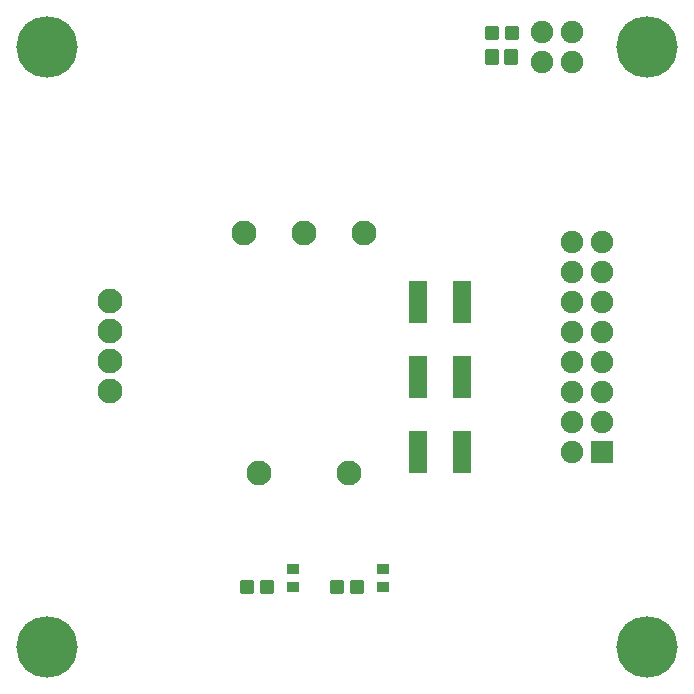
<source format=gts>
G04 Layer: TopSolderMaskLayer*
G04 EasyEDA v6.5.32, 2023-07-25 14:04:49*
G04 c8ab560ed44a410f903f0410a66912ea,5a6b42c53f6a479593ecc07194224c93,10*
G04 Gerber Generator version 0.2*
G04 Scale: 100 percent, Rotated: No, Reflected: No *
G04 Dimensions in millimeters *
G04 leading zeros omitted , absolute positions ,4 integer and 5 decimal *
%FSLAX45Y45*%
%MOMM*%

%AMMACRO1*1,1,$1,$2,$3*1,1,$1,$4,$5*1,1,$1,0-$2,0-$3*1,1,$1,0-$4,0-$5*20,1,$1,$2,$3,$4,$5,0*20,1,$1,$4,$5,0-$2,0-$3,0*20,1,$1,0-$2,0-$3,0-$4,0-$5,0*20,1,$1,0-$4,0-$5,$2,$3,0*4,1,4,$2,$3,$4,$5,0-$2,0-$3,0-$4,0-$5,$2,$3,0*%
%ADD10MACRO1,0.1016X0.432X-0.4032X-0.432X-0.4032*%
%ADD11MACRO1,0.1016X0.432X0.4032X-0.432X0.4032*%
%ADD12MACRO1,0.2032X-0.45X-0.5X-0.45X0.5*%
%ADD13MACRO1,0.1016X-0.432X0.4032X0.432X0.4032*%
%ADD14MACRO1,0.1016X-0.432X-0.4032X0.432X-0.4032*%
%ADD15MACRO1,0.2032X0.45X0.5X0.45X-0.5*%
%ADD16MACRO1,0.2032X0.5X-0.55X-0.5X-0.55*%
%ADD17MACRO1,0.1016X-0.9X-0.9X-0.9X0.9*%
%ADD18C,1.9016*%
%ADD19MACRO1,0.1016X-0.7033X-1.7496X-0.7033X1.7496*%
%ADD20MACRO1,0.1016X0.7033X-1.7496X0.7033X1.7496*%
%ADD21C,5.2032*%
%ADD22C,2.1016*%

%LPD*%
D10*
G01*
X2463794Y1040522D03*
D11*
G01*
X2463794Y889872D03*
D12*
G01*
X2073986Y888989D03*
G01*
X2243985Y888989D03*
D13*
G01*
X3225792Y889872D03*
D14*
G01*
X3225792Y1040522D03*
D15*
G01*
X3006001Y889007D03*
G01*
X2836001Y889007D03*
D16*
G01*
X4149092Y5372100D03*
G01*
X4309092Y5372100D03*
D12*
G01*
X4144091Y5575292D03*
G01*
X4314090Y5575292D03*
D17*
G01*
X5079989Y2031994D03*
D18*
G01*
X4826000Y2032000D03*
G01*
X5080000Y2286000D03*
G01*
X4826000Y2286000D03*
G01*
X5080000Y2540000D03*
G01*
X4826000Y2540000D03*
G01*
X5080000Y2794000D03*
G01*
X4826000Y2794000D03*
G01*
X5080000Y3048000D03*
G01*
X4826000Y3048000D03*
G01*
X5080000Y3302000D03*
G01*
X4826000Y3302000D03*
G01*
X5080000Y3556000D03*
G01*
X4826000Y3556000D03*
G01*
X5080000Y3810000D03*
G01*
X4826000Y3810000D03*
D19*
G01*
X3893726Y2031994D03*
D20*
G01*
X3523058Y2031994D03*
D19*
G01*
X3893726Y2666994D03*
D20*
G01*
X3523058Y2666994D03*
D19*
G01*
X3893726Y3301992D03*
D20*
G01*
X3523058Y3301992D03*
D21*
G01*
X381000Y5461000D03*
G01*
X5461000Y5461000D03*
G01*
X5461000Y381000D03*
G01*
X381000Y381000D03*
D18*
G01*
X4826000Y5588000D03*
G01*
X4826000Y5334000D03*
G01*
X4572000Y5334000D03*
G01*
X4572000Y5588000D03*
D22*
G01*
X910818Y2799714D03*
G01*
X910818Y3053714D03*
G01*
X910818Y3307714D03*
G01*
X910818Y2545714D03*
G01*
X2044700Y3886200D03*
G01*
X3060700Y3886200D03*
G01*
X2552700Y3886200D03*
G01*
X2933700Y1854200D03*
G01*
X2171700Y1854200D03*
M02*

</source>
